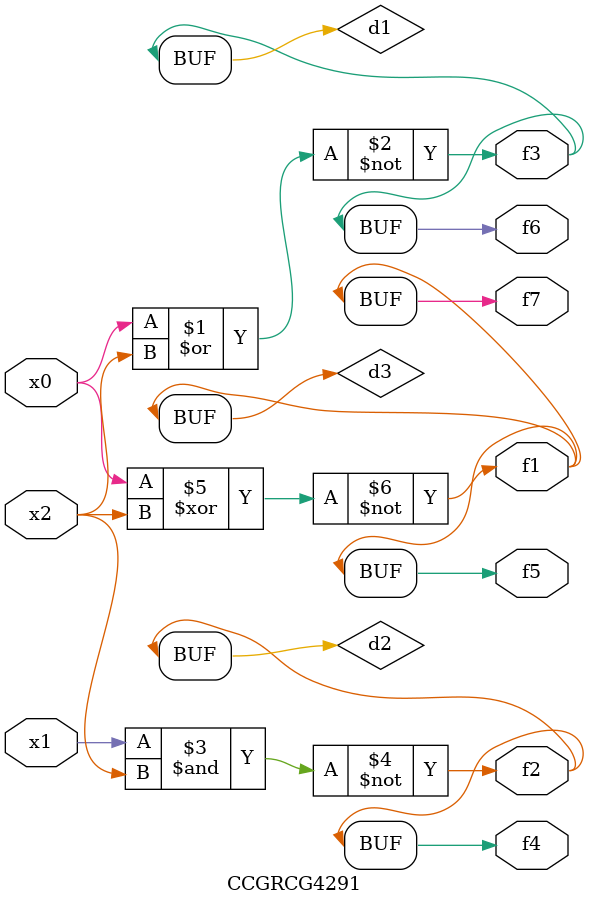
<source format=v>
module CCGRCG4291(
	input x0, x1, x2,
	output f1, f2, f3, f4, f5, f6, f7
);

	wire d1, d2, d3;

	nor (d1, x0, x2);
	nand (d2, x1, x2);
	xnor (d3, x0, x2);
	assign f1 = d3;
	assign f2 = d2;
	assign f3 = d1;
	assign f4 = d2;
	assign f5 = d3;
	assign f6 = d1;
	assign f7 = d3;
endmodule

</source>
